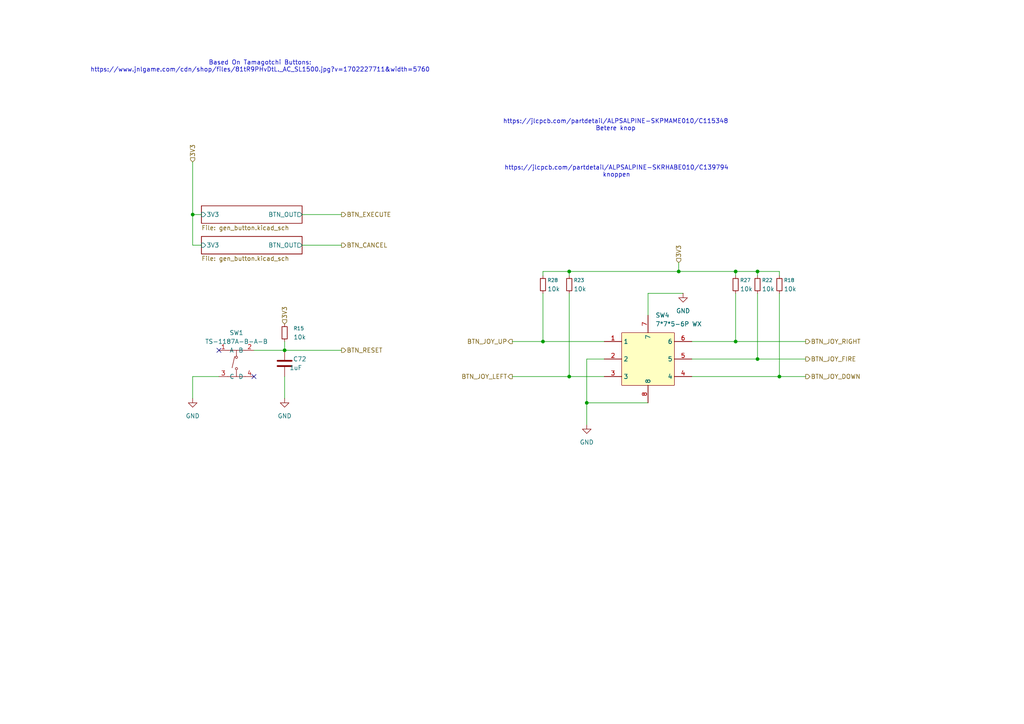
<source format=kicad_sch>
(kicad_sch (version 20250114) (generator "eeschema") (generator_version "9.0")
  (paper "A4")
  (title_block (title "Bornhack 2026") (rev "0.1") (company "Badge.Team"))
  (lib_symbols
    (symbol "Device:R_Small" (pin_numbers (hide yes)) (pin_names (offset 0.254) (hide yes))
      (property "Reference" "R" (at 0 0 90))
      (property "Value" "R_Small" (at 1.778 0 90))
      (symbol "R_Small_0_1"
        (rectangle (start -0.762 1.778) (end 0.762 -1.778) (stroke (width 0.2032)))
      )
      (symbol "R_Small_1_1"
        (pin passive line (at 0 2.54 270) (length 0.762) (name "~") (number "1"))
        (pin passive line (at 0 -2.54 90) (length 0.762) (name "~") (number "2"))
      )
    )
    (symbol "lcsc:7*7*5-6PWX"
      (property "Reference" "SW" (at 0 17.78 0))
      (property "Value" "7*7*5-6P WX" (at 0 -17.78 0))
      (symbol "7*7*5-6PWX_0_1"
        (rectangle (start -7.62 7.62) (end 7.62 -7.62) (fill (type background)))
        (pin unspecified line (at -12.7 5.08 0) (length 5.08) (name "1") (number "1"))
        (pin unspecified line (at -12.7 0 0) (length 5.08) (name "2") (number "2"))
        (pin unspecified line (at -12.7 -5.08 0) (length 5.08) (name "3") (number "3"))
        (pin unspecified line (at 0 12.7 270) (length 5.08) (name "7") (number "7"))
        (pin unspecified line (at 0 -12.7 90) (length 5.08) (name "8") (number "8"))
        (pin unspecified line (at 12.7 5.08 180) (length 5.08) (name "6") (number "6"))
        (pin unspecified line (at 12.7 0 180) (length 5.08) (name "5") (number "5"))
        (pin unspecified line (at 12.7 -5.08 180) (length 5.08) (name "4") (number "4"))
      )
    )
    (symbol "lcsc:TS-1187A-B-A-B"
      (property "Reference" "SW" (at 0 7.62 0))
      (property "Value" "TS-1187A-B-A-B" (at 0 -10.16 0))
      (symbol "TS-1187A-B-A-B_0_1"
        (polyline (pts (xy -2.54 2.54) (xy 2.54 2.54)))
        (polyline (pts (xy -2.54 -5.08) (xy 2.54 -5.08)))
        (polyline (pts (xy -0.51 0.76) (xy -1.27 -2.54)))
        (polyline (pts (xy 0 0.76) (xy 0 2.54)))
        (circle (center 0 0.51) (radius 0.32))
        (circle (center 0 -2.79) (radius 0.32))
        (polyline (pts (xy 0 -3.3) (xy 0 -5.08)))
        (pin unspecified line (at -5.08 2.54 0) (length 2.54) (name "A") (number "1"))
        (pin unspecified line (at -5.08 -5.08 0) (length 2.54) (name "C") (number "3"))
        (pin unspecified line (at 5.08 2.54 180) (length 2.54) (name "B") (number "2"))
        (pin unspecified line (at 5.08 -5.08 180) (length 2.54) (name "D") (number "4"))
      )
    )
    (symbol "power:GND" (power) (pin_numbers (hide yes)) (pin_names (offset 0) (hide yes))
      (property "Value" "GND" (at 0 -3.81 0))
      (symbol "GND_0_1"
        (polyline (pts (xy 0 0) (xy 0 -1.27) (xy 1.27 -1.27) (xy 0 -2.54) (xy -1.27 -1.27) (xy 0 -1.27)))
      )
      (symbol "GND_1_1"
        (pin power_in line (at 0 0 270) (length 0) (name "~") (number "1"))
      )
    )
    (symbol "symbols:C" (pin_numbers (hide yes)) (pin_names (offset 0.254))
      (property "Reference" "C" (at 0.635 2.54 0))
      (property "Value" "C" (at 0.635 -2.54 0))
      (symbol "C_0_1"
        (polyline (pts (xy -2.032 0.762) (xy 2.032 0.762)) (stroke (width 0.508)))
        (polyline (pts (xy -2.032 -0.762) (xy 2.032 -0.762)) (stroke (width 0.508)))
      )
      (symbol "C_1_1"
        (pin passive line (at 0 3.81 270) (length 2.794) (name "~") (number "1"))
        (pin passive line (at 0 -3.81 90) (length 2.794) (name "~") (number "2"))
      )
    )
  )
  (text "https://jlcpcb.com/partdetail/ALPSALPINE-SKPMAME010/C115348\nBetere knop" (at 178.562 36.322 0) (effects (font (size 1.27 1.27))))
  (text "Based On Tamagotchi Buttons:\nhttps://www.jnlgame.com/cdn/shop/files/81tR9PHvDtL._AC_SL1500.jpg?v=1702227711&width=5760" (at 75.438 19.304 0) (effects (font (size 1.27 1.27))))
  (text "https://jlcpcb.com/partdetail/ALPSALPINE-SKRHABE010/C139794\nknoppen" (at 178.816 49.784 0) (effects (font (size 1.27 1.27))))
  (junction (at 157.48 99.06))
  (junction (at 82.55 101.6))
  (junction (at 226.06 109.22))
  (junction (at 165.1 109.22))
  (junction (at 219.71 78.74))
  (junction (at 219.71 104.14))
  (junction (at 213.36 99.06))
  (junction (at 213.36 78.74))
  (junction (at 196.85 78.74))
  (junction (at 170.18 116.84))
  (junction (at 165.1 78.74))
  (junction (at 55.88 62.23))
  (no_connect (at 63.5 101.6))
  (no_connect (at 73.66 109.22))
  (wire (pts (xy 200.66 99.06) (xy 213.36 99.06)))
  (wire (pts (xy 157.48 99.06) (xy 175.26 99.06)))
  (wire (pts (xy 170.18 116.84) (xy 187.96 116.84)))
  (wire (pts (xy 55.88 71.12) (xy 58.42 71.12)))
  (wire (pts (xy 157.48 85.09) (xy 157.48 99.06)))
  (wire (pts (xy 187.96 85.09) (xy 187.96 91.44)))
  (wire (pts (xy 187.96 85.09) (xy 198.12 85.09)))
  (wire (pts (xy 55.88 109.22) (xy 55.88 115.57)))
  (wire (pts (xy 82.55 101.6) (xy 99.06 101.6)))
  (wire (pts (xy 226.06 109.22) (xy 233.68 109.22)))
  (wire (pts (xy 73.66 101.6) (xy 82.55 101.6)))
  (wire (pts (xy 213.36 85.09) (xy 213.36 99.06)))
  (wire (pts (xy 148.59 109.22) (xy 165.1 109.22)))
  (wire (pts (xy 213.36 99.06) (xy 233.68 99.06)))
  (wire (pts (xy 219.71 78.74) (xy 219.71 80.01)))
  (wire (pts (xy 213.36 78.74) (xy 219.71 78.74)))
  (wire (pts (xy 55.88 46.99) (xy 55.88 62.23)))
  (wire (pts (xy 226.06 85.09) (xy 226.06 109.22)))
  (wire (pts (xy 196.85 76.2) (xy 196.85 78.74)))
  (wire (pts (xy 170.18 116.84) (xy 170.18 123.19)))
  (wire (pts (xy 87.63 71.12) (xy 99.06 71.12)))
  (wire (pts (xy 219.71 78.74) (xy 226.06 78.74)))
  (wire (pts (xy 213.36 78.74) (xy 213.36 80.01)))
  (wire (pts (xy 226.06 78.74) (xy 226.06 80.01)))
  (wire (pts (xy 219.71 85.09) (xy 219.71 104.14)))
  (wire (pts (xy 87.63 62.23) (xy 99.06 62.23)))
  (wire (pts (xy 157.48 78.74) (xy 165.1 78.74)))
  (wire (pts (xy 165.1 78.74) (xy 165.1 80.01)))
  (wire (pts (xy 165.1 109.22) (xy 175.26 109.22)))
  (wire (pts (xy 196.85 78.74) (xy 213.36 78.74)))
  (wire (pts (xy 170.18 104.14) (xy 170.18 116.84)))
  (wire (pts (xy 200.66 109.22) (xy 226.06 109.22)))
  (wire (pts (xy 82.55 109.22) (xy 82.55 115.57)))
  (wire (pts (xy 55.88 109.22) (xy 63.5 109.22)))
  (wire (pts (xy 165.1 85.09) (xy 165.1 109.22)))
  (wire (pts (xy 55.88 62.23) (xy 55.88 71.12)))
  (wire (pts (xy 219.71 104.14) (xy 233.68 104.14)))
  (wire (pts (xy 200.66 104.14) (xy 219.71 104.14)))
  (wire (pts (xy 82.55 99.06) (xy 82.55 101.6)))
  (wire (pts (xy 157.48 78.74) (xy 157.48 80.01)))
  (wire (pts (xy 55.88 62.23) (xy 58.42 62.23)))
  (wire (pts (xy 170.18 104.14) (xy 175.26 104.14)))
  (wire (pts (xy 165.1 78.74) (xy 196.85 78.74)))
  (wire (pts (xy 148.59 99.06) (xy 157.48 99.06)))
  (hierarchical_label "3V3" (shape input) (at 55.88 46.99 90))
  (hierarchical_label "BTN_JOY_RIGHT" (shape output) (at 233.68 99.06 0))
  (hierarchical_label "BTN_RESET" (shape output) (at 99.06 101.6 0))
  (hierarchical_label "BTN_EXECUTE" (shape output) (at 99.06 62.23 0))
  (hierarchical_label "3V3" (shape input) (at 82.55 93.98 90))
  (hierarchical_label "BTN_JOY_UP" (shape output) (at 148.59 99.06 180))
  (hierarchical_label "BTN_JOY_LEFT" (shape output) (at 148.59 109.22 180))
  (hierarchical_label "BTN_JOY_FIRE" (shape output) (at 233.68 104.14 0))
  (hierarchical_label "BTN_CANCEL" (shape output) (at 99.06 71.12 0))
  (hierarchical_label "3V3" (shape input) (at 196.85 76.2 90))
  (hierarchical_label "BTN_JOY_DOWN" (shape output) (at 233.68 109.22 0))
  (symbol (lib_id "power:GND") (at 170.18 123.19 0) (unit 1)
    (property "Reference" "#PWR072" (effects (hide yes)))
    (property "Value" "GND" (at 170.18 128.27 0))
    (property "Description" "Power symbol creates a global label with name \"GND\" , ground" (effects (hide yes)))
  )
  (symbol (lib_id "Device:R_Small") (at 165.1 82.55 0) (unit 1)
    (property "Reference" "R23" (at 166.37 81.28 0) (effects (font (size 1.016 1.016)) (justify left)))
    (property "Value" "10k" (at 166.37 83.82 0) (effects (justify left)))
    (property "Footprint" "Resistor_SMD:R_0402_1005Metric" (effects (hide yes)))
    (property "Datasheet" "https://jlcpcb.com/partdetail/26487-0402WGF1002TCE/C25744" (effects (hide yes)))
    (property "Description" "Resistor, small symbol" (effects (hide yes)))
    (property "LCSC" "C25744" (effects (hide yes)))
  )
  (symbol (lib_id "power:GND") (at 198.12 85.09 0) (unit 1)
    (property "Reference" "#PWR073" (effects (hide yes)))
    (property "Value" "GND" (at 198.12 90.17 0))
    (property "Description" "Power symbol creates a global label with name \"GND\" , ground" (effects (hide yes)))
  )
  (symbol (lib_id "power:GND") (at 82.55 115.57 0) (unit 1)
    (property "Reference" "#PWR019" (effects (hide yes)))
    (property "Value" "GND" (at 82.55 120.65 0))
    (property "Description" "Power symbol creates a global label with name \"GND\" , ground" (effects (hide yes)))
  )
  (symbol (lib_id "lcsc:TS-1187A-B-A-B") (at 68.58 104.14 0) (unit 1)
    (property "Reference" "SW1" (at 68.58 96.52 0))
    (property "Value" "TS-1187A-B-A-B" (at 68.58 99.06 0))
    (property "Footprint" "lcsc:SW-SMD_4P-L5.1-W5.1-P3.70-LS6.5-TL_H1.5" (effects (hide yes)))
    (property "Datasheet" "https://lcsc.com/product-detail/Tactile-Switches_XKB-Enterprise-TS-1187-B-A-A_C318884.html" (effects (hide yes)))
    (property "LCSC Part" "C318884" (effects (hide yes)))
    (property "Label" "RESET" (effects (hide yes)))
    (property "LCSC" "C318884" (effects (hide yes)))
  )
  (symbol (lib_id "power:GND") (at 55.88 115.57 0) (unit 1)
    (property "Reference" "#PWR017" (effects (hide yes)))
    (property "Value" "GND" (at 55.88 120.65 0))
    (property "Description" "Power symbol creates a global label with name \"GND\" , ground" (effects (hide yes)))
  )
  (symbol (lib_id "Device:R_Small") (at 213.36 82.55 0) (unit 1)
    (property "Reference" "R27" (at 214.63 81.28 0) (effects (font (size 1.016 1.016)) (justify left)))
    (property "Value" "10k" (at 214.63 83.82 0) (effects (justify left)))
    (property "Footprint" "Resistor_SMD:R_0402_1005Metric" (effects (hide yes)))
    (property "Datasheet" "https://jlcpcb.com/partdetail/26487-0402WGF1002TCE/C25744" (effects (hide yes)))
    (property "Description" "Resistor, small symbol" (effects (hide yes)))
    (property "LCSC" "C25744" (effects (hide yes)))
  )
  (symbol (lib_id "Device:R_Small") (at 226.06 82.55 0) (unit 1)
    (property "Reference" "R18" (at 227.33 81.28 0) (effects (font (size 1.016 1.016)) (justify left)))
    (property "Value" "10k" (at 227.33 83.82 0) (effects (justify left)))
    (property "Footprint" "Resistor_SMD:R_0402_1005Metric" (effects (hide yes)))
    (property "Datasheet" "https://jlcpcb.com/partdetail/26487-0402WGF1002TCE/C25744" (effects (hide yes)))
    (property "Description" "Resistor, small symbol" (effects (hide yes)))
    (property "LCSC" "C25744" (effects (hide yes)))
  )
  (symbol (lib_id "Device:R_Small") (at 157.48 82.55 0) (unit 1)
    (property "Reference" "R28" (at 158.75 81.28 0) (effects (font (size 1.016 1.016)) (justify left)))
    (property "Value" "10k" (at 158.75 83.82 0) (effects (justify left)))
    (property "Footprint" "Resistor_SMD:R_0402_1005Metric" (effects (hide yes)))
    (property "Datasheet" "https://jlcpcb.com/partdetail/26487-0402WGF1002TCE/C25744" (effects (hide yes)))
    (property "Description" "Resistor, small symbol" (effects (hide yes)))
    (property "LCSC" "C25744" (effects (hide yes)))
  )
  (symbol (lib_id "symbols:C") (at 82.55 105.41 180) (unit 1)
    (property "Reference" "C72" (at 88.9 104.14 0) (effects (justify left)))
    (property "Value" "1uF" (at 87.63 106.68 0) (effects (justify left)))
    (property "Footprint" "Capacitor_SMD:C_0603_1608Metric" (effects (hide yes)))
    (property "Datasheet" "https://jlcpcb.com/partdetail/5885909-CL10B105KB8NQNC/C5199872" (effects (hide yes)))
    (property "LCSC" "C5199872" (effects (hide yes)))
  )
  (symbol (lib_id "Device:R_Small") (at 219.71 82.55 0) (unit 1)
    (property "Reference" "R22" (at 220.98 81.28 0) (effects (font (size 1.016 1.016)) (justify left)))
    (property "Value" "10k" (at 220.98 83.82 0) (effects (justify left)))
    (property "Footprint" "Resistor_SMD:R_0402_1005Metric" (effects (hide yes)))
    (property "Datasheet" "https://jlcpcb.com/partdetail/26487-0402WGF1002TCE/C25744" (effects (hide yes)))
    (property "Description" "Resistor, small symbol" (effects (hide yes)))
    (property "LCSC" "C25744" (effects (hide yes)))
  )
  (symbol (lib_id "lcsc:7*7*5-6PWX") (at 187.96 104.14 0) (unit 1)
    (property "Reference" "SW4" (at 190.1033 91.44 0) (effects (justify left)))
    (property "Value" "7*7*5-6P WX" (at 190.1033 93.98 0) (effects (justify left)))
    (property "Footprint" "lcsc:SW-SMD_6P-L7.0-W7.0-P1.40-LS7.4-TL" (effects (hide yes)))
    (property "LCSC Part" "C2858286" (effects (hide yes)))
  )
  (symbol (lib_id "Device:R_Small") (at 82.55 96.52 0) (unit 1)
    (property "Reference" "R15" (at 85.09 95.2499 0) (effects (font (size 1.016 1.016)) (justify left)))
    (property "Value" "10k" (at 85.09 97.7899 0) (effects (justify left)))
    (property "Footprint" "Resistor_SMD:R_0402_1005Metric" (effects (hide yes)))
    (property "Datasheet" "https://jlcpcb.com/partdetail/26487-0402WGF1002TCE/C25744" (effects (hide yes)))
    (property "Description" "Resistor, small symbol" (effects (hide yes)))
    (property "LCSC" "C25744" (effects (hide yes)))
  )
  (sheet (at 58.42 68.58) (size 29.21 5.08) (stroke (width 0.1524))
    (property "Sheetname" "CANCEL" (effects (hide yes)))
    (property "Sheetfile" "gen_button.kicad_sch" (at 58.42 74.2446 0) (effects (justify left top)))
    (pin "3V3" input (at 58.42 71.12 180))
    (pin "BTN_OUT" output (at 87.63 71.12 0))
  )
  (sheet (at 58.42 59.69) (size 29.21 5.08) (stroke (width 0.1524))
    (property "Sheetname" "EXECUTE" (effects (hide yes)))
    (property "Sheetfile" "gen_button.kicad_sch" (at 58.42 65.3546 0) (effects (justify left top)))
    (pin "3V3" input (at 58.42 62.23 180))
    (pin "BTN_OUT" output (at 87.63 62.23 0))
  )
)
</source>
